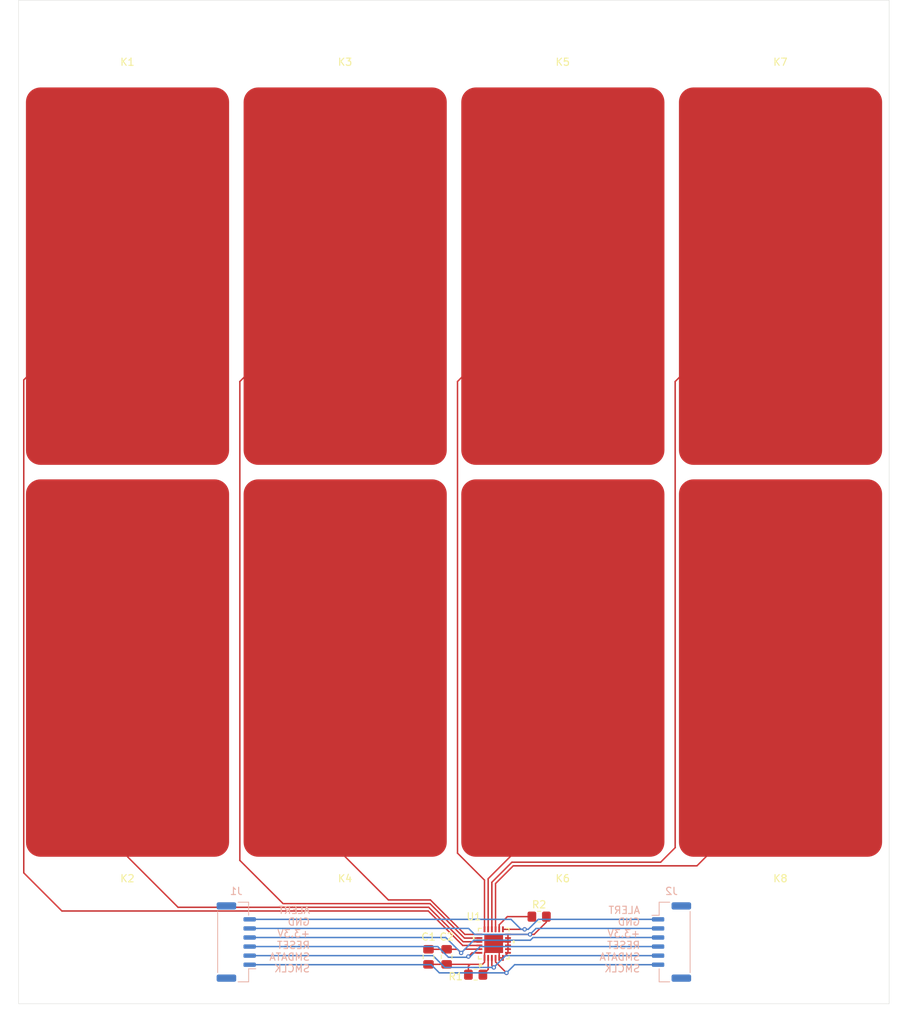
<source format=kicad_pcb>
(kicad_pcb (version 20240108) (generator "pcbnew") (generator_version "8.0")
  (layers (0 "F.Cu" signal) (31 "B.Cu" signal) (34 "B.Paste" user) (35 "F.Paste" user) (36 "B.SilkS" user "B.Silkscreen") (37 "F.SilkS" user "F.Silkscreen") (38 "B.Mask" user) (39 "F.Mask" user) (44 "Edge.Cuts" user))
  (net 0 "")
  (net 1 "+3.3V")
  (net 2 "SMDATA")
  (net 3 "RESET")
  (net 4 "GND")
  (net 5 "ALERT")
  (net 6 "SMCLK")
  (net 7 "Net-(K1-Pin_1)")
  (net 8 "Net-(K2-Pin_1)")
  (net 9 "Net-(K3-Pin_1)")
  (net 10 "Net-(K4-Pin_1)")
  (net 11 "Net-(K5-Pin_1)")
  (net 12 "Net-(K6-Pin_1)")
  (net 13 "Net-(K7-Pin_1)")
  (net 14 "Net-(K8-Pin_1)")
  (net 15 "Net-(U1-WAKE{slash}SPI_MOSI)")
  (net 16 "Net-(U1-ADDR_COMM)")
  (footprint "Resistor_SMD:R_0805_2012Metric_Pad1.20x1.40mm_HandSolder" (layer "F.Cu") (at 121.75 261)
    (property "Reference" "R1" (at -2.75 0.25 0) (layer "F.SilkS"))
    (property "Value" "10k")
    (fp_line (start -0.227064 -0.735) (end 0.227064 -0.735) (stroke (width 0.12)) (layer "F.SilkS"))
    (fp_line (start -0.227064 0.735) (end 0.227064 0.735) (stroke (width 0.12)) (layer "F.SilkS"))
    (pad "1" smd roundrect (at -1 0) (size 1.2 1.4) (layers "F.Cu" "F.Paste" "F.Mask") (roundrect_rratio 0.208333) (net 4 "GND"))
    (pad "2" smd roundrect (at 1 0) (size 1.2 1.4) (layers "F.Cu" "F.Paste" "F.Mask") (roundrect_rratio 0.208333) (net 15 "Net-(U1-WAKE{slash}SPI_MOSI)"))
  )
  (footprint "Resistor_SMD:R_0805_2012Metric_Pad1.20x1.40mm_HandSolder" (layer "F.Cu") (at 130.5 253)
    (property "Reference" "R2" (at 0 -1.65 360) (layer "F.SilkS"))
    (property "Value" "150k")
    (fp_line (start -0.227064 -0.735) (end 0.227064 -0.735) (stroke (width 0.12)) (layer "F.SilkS"))
    (fp_line (start -0.227064 0.735) (end 0.227064 0.735) (stroke (width 0.12)) (layer "F.SilkS"))
    (pad "1" smd roundrect (at -1 0) (size 1.2 1.4) (layers "F.Cu" "F.Paste" "F.Mask") (roundrect_rratio 0.208333) (net 16 "Net-(U1-ADDR_COMM)"))
    (pad "2" smd roundrect (at 1 0) (size 1.2 1.4) (layers "F.Cu" "F.Paste" "F.Mask") (roundrect_rratio 0.208333) (net 4 "GND"))
  )
  (footprint "TouchKey:TouchKey_Standard" (layer "F.Cu") (at 103.76905 218.75)
    (property "Reference" "K4" (at -0.01905 29 0) (layer "F.SilkS"))
    (property "Value" "Conn_01x01")
    (pad "1" smd roundrect (at 0 0) (size 28 52) (layers "F.Cu") (roundrect_rratio 0.07142857143) (net 10 "Net-(K4-Pin_1)"))
  )
  (footprint "CAP1188_1_CP_TR:QFN24_4X4MC_MCH" (layer "F.Cu") (at 124.238 256.7185 90)
    (property "Reference" "U1" (at 3.7185 -2.738 0) (layer "F.SilkS"))
    (property "Value" "CAP1188-1-CP-TR")
    (fp_line (start 2.1082 -2.1082) (end 1.72974 -2.1082) (stroke (width 0.1524)) (layer "F.SilkS"))
    (fp_line (start -1.72974 -2.1082) (end -2.1082 -2.1082) (stroke (width 0.1524)) (layer "F.SilkS"))
    (fp_line (start -2.1082 -2.1082) (end -2.1082 -1.72974) (stroke (width 0.1524)) (layer "F.SilkS"))
    (fp_line (start 2.1082 -1.72974) (end 2.1082 -2.1082) (stroke (width 0.1524)) (layer "F.SilkS"))
    (fp_line (start -2.1082 1.72974) (end -2.1082 2.1082) (stroke (width 0.1524)) (layer "F.SilkS"))
    (fp_line (start 2.1082 2.1082) (end 2.1082 1.72974) (stroke (width 0.1524)) (layer "F.SilkS"))
    (fp_line (start 1.72974 2.1082) (end 2.1082 2.1082) (stroke (width 0.1524)) (layer "F.SilkS"))
    (fp_line (start -2.1082 2.1082) (end -1.72974 2.1082) (stroke (width 0.1524)) (layer "F.SilkS"))
    (fp_poly (pts (xy 0.5715 -2.6289) (xy 0.5715 -2.8829) (xy 0.9525 -2.8829) (xy 0.9525 -2.6289)) (fill solid) (layer "F.SilkS"))
    (fp_poly (pts (xy 0.0635 2.6289) (xy 0.0635 2.8829) (xy 0.4445 2.8829) (xy 0.4445 2.6289)) (fill solid) (layer "F.SilkS"))
    (fp_text user "*" (at -3.0099 -1.524 90) (layer "F.SilkS"))
    (fp_text user "*" (at -3.0099 -1.524 90) (layer "F.SilkS"))
    (pad "1" smd rect (at -1.9685 -1.27 180) (size 0.254 0.8128) (layers "F.Cu" "F.Paste" "F.Mask") (net 4 "GND"))
    (pad "2" smd rect (at -1.9685 -0.762 180) (size 0.254 0.8128) (layers "F.Cu" "F.Paste" "F.Mask") (net 15 "Net-(U1-WAKE{slash}SPI_MOSI)"))
    (pad "3" smd rect (at -1.9685 -0.254 180) (size 0.254 0.8128) (layers "F.Cu" "F.Paste" "F.Mask") (net 2 "SMDATA"))
    (pad "4" smd rect (at -1.9685 0.254 180) (size 0.254 0.8128) (layers "F.Cu" "F.Paste" "F.Mask") (net 6 "SMCLK"))
    (pad "5" smd rect (at -1.9685 0.762 180) (size 0.254 0.8128) (layers "F.Cu" "F.Paste" "F.Mask") (net 4 "GND"))
    (pad "6" smd rect (at -1.9685 1.27 180) (size 0.254 0.8128) (layers "F.Cu" "F.Paste" "F.Mask") (net 4 "GND"))
    (pad "7" smd rect (at -1.27 1.9685 90) (size 0.254 0.8128) (layers "F.Cu" "F.Paste" "F.Mask") (net 4 "GND"))
    (pad "8" smd rect (at -0.762 1.9685 90) (size 0.254 0.8128) (layers "F.Cu" "F.Paste" "F.Mask") (net 4 "GND"))
    (pad "9" smd rect (at -0.254 1.9685 90) (size 0.254 0.8128) (layers "F.Cu" "F.Paste" "F.Mask") (net 4 "GND"))
    (pad "10" smd rect (at 0.254 1.9685 90) (size 0.254 0.8128) (layers "F.Cu" "F.Paste" "F.Mask") (net 4 "GND"))
    (pad "11" smd rect (at 0.762 1.9685 90) (size 0.254 0.8128) (layers "F.Cu" "F.Paste" "F.Mask") (net 4 "GND"))
    (pad "12" smd rect (at 1.27 1.9685 90) (size 0.254 0.8128) (layers "F.Cu" "F.Paste" "F.Mask") (net 4 "GND"))
    (pad "13" smd rect (at 1.9685 1.27 180) (size 0.254 0.8128) (layers "F.Cu" "F.Paste" "F.Mask") (net 5 "ALERT"))
    (pad "14" smd rect (at 1.9685 0.762 180) (size 0.254 0.8128) (layers "F.Cu" "F.Paste" "F.Mask") (net 16 "Net-(U1-ADDR_COMM)"))
    (pad "15" smd rect (at 1.9685 0.254 180) (size 0.254 0.8128) (layers "F.Cu" "F.Paste" "F.Mask") (net 14 "Net-(K8-Pin_1)"))
    (pad "16" smd rect (at 1.9685 -0.254 180) (size 0.254 0.8128) (layers "F.Cu" "F.Paste" "F.Mask") (net 13 "Net-(K7-Pin_1)"))
    (pad "17" smd rect (at 1.9685 -0.762 180) (size 0.254 0.8128) (layers "F.Cu" "F.Paste" "F.Mask") (net 12 "Net-(K6-Pin_1)"))
    (pad "18" smd rect (at 1.9685 -1.27 180) (size 0.254 0.8128) (layers "F.Cu" "F.Paste" "F.Mask") (net 11 "Net-(K5-Pin_1)"))
    (pad "19" smd rect (at 1.27 -1.9685 90) (size 0.254 0.8128) (layers "F.Cu" "F.Paste" "F.Mask") (net 10 "Net-(K4-Pin_1)"))
    (pad "20" smd rect (at 0.762 -1.9685 90) (size 0.254 0.8128) (layers "F.Cu" "F.Paste" "F.Mask") (net 9 "Net-(K3-Pin_1)"))
    (pad "21" smd rect (at 0.254 -1.9685 90) (size 0.254 0.8128) (layers "F.Cu" "F.Paste" "F.Mask") (net 8 "Net-(K2-Pin_1)"))
    (pad "22" smd rect (at -0.254 -1.9685 90) (size 0.254 0.8128) (layers "F.Cu" "F.Paste" "F.Mask") (net 7 "Net-(K1-Pin_1)"))
    (pad "23" smd rect (at -0.762 -1.9685 90) (size 0.254 0.8128) (layers "F.Cu" "F.Paste" "F.Mask") (net 1 "+3.3V"))
    (pad "24" smd rect (at -1.27 -1.9685 90) (size 0.254 0.8128) (layers "F.Cu" "F.Paste" "F.Mask") (net 3 "RESET"))
    (pad "25" smd rect (at 0 0 90) (size 2.5908 2.5908) (layers "F.Cu" "F.Paste" "F.Mask") (net 4 "GND"))
  )
  (footprint "TouchKey:TouchKey_Standard" (layer "F.Cu") (at 103.76905 164.75 180)
    (property "Reference" "K3" (at 0.01905 29.5 0) (layer "F.SilkS"))
    (property "Value" "Conn_01x01")
    (pad "1" smd roundrect (at 0 0 180) (size 28 52) (layers "F.Cu") (roundrect_rratio 0.07142857143) (net 9 "Net-(K3-Pin_1)"))
  )
  (footprint "MountingHole:MountingHole_3.2mm_M3" (layer "F.Cu") (at 173.75 131.75)
    (property "Reference" "H2" (hide yes))
    (property "Value" "MountingHole")
    (pad "" np_thru_hole circle (at 0 0) (size 3.2 3.2) (drill 3.2) (layers "*.Cu" "*.Mask"))
  )
  (footprint "TouchKey:TouchKey_Standard" (layer "F.Cu") (at 163.76905 218.75)
    (property "Reference" "K8" (at -0.01905 29 0) (layer "F.SilkS"))
    (property "Value" "Conn_01x01")
    (pad "1" smd roundrect (at 0 0) (size 28 52) (layers "F.Cu") (roundrect_rratio 0.07142857143) (net 14 "Net-(K8-Pin_1)"))
  )
  (footprint "TouchKey:TouchKey_Standard" (layer "F.Cu") (at 73.76905 164.75 180)
    (property "Reference" "K1" (at 0.01905 29.5 0) (layer "F.SilkS"))
    (property "Value" "Conn_01x01")
    (pad "1" smd roundrect (at 0 0 180) (size 28 52) (layers "F.Cu") (roundrect_rratio 0.07142857143) (net 7 "Net-(K1-Pin_1)"))
  )
  (footprint "Capacitor_SMD:C_0805_2012Metric_Pad1.18x1.45mm_HandSolder" (layer "F.Cu") (at 117.75 258.5375 -90)
    (property "Reference" "C2" (at -2.75 0 0) (layer "F.SilkS"))
    (property "Value" "10uF")
    (fp_line (start -0.261252 0.735) (end 0.261252 0.735) (stroke (width 0.12)) (layer "F.SilkS"))
    (fp_line (start -0.261252 -0.735) (end 0.261252 -0.735) (stroke (width 0.12)) (layer "F.SilkS"))
    (pad "1" smd roundrect (at -1.0375 0 270) (size 1.175 1.45) (layers "F.Cu" "F.Paste" "F.Mask") (roundrect_rratio 0.212766) (net 1 "+3.3V"))
    (pad "2" smd roundrect (at 1.0375 0 270) (size 1.175 1.45) (layers "F.Cu" "F.Paste" "F.Mask") (roundrect_rratio 0.212766) (net 4 "GND"))
  )
  (footprint "TouchKey:TouchKey_Standard" (layer "F.Cu") (at 133.76905 218.75)
    (property "Reference" "K6" (at -0.01905 29 0) (layer "F.SilkS"))
    (property "Value" "Conn_01x01")
    (pad "1" smd roundrect (at 0 0) (size 28 52) (layers "F.Cu") (roundrect_rratio 0.07142857143) (net 12 "Net-(K6-Pin_1)"))
  )
  (footprint "Capacitor_SMD:C_0805_2012Metric_Pad1.18x1.45mm_HandSolder" (layer "F.Cu") (at 115.25 258.5375 -90)
    (property "Reference" "C1" (at -2.75 0 0) (layer "F.SilkS"))
    (property "Value" "0.1uF")
    (fp_line (start -0.261252 0.735) (end 0.261252 0.735) (stroke (width 0.12)) (layer "F.SilkS"))
    (fp_line (start -0.261252 -0.735) (end 0.261252 -0.735) (stroke (width 0.12)) (layer "F.SilkS"))
    (pad "1" smd roundrect (at -1.0375 0 270) (size 1.175 1.45) (layers "F.Cu" "F.Paste" "F.Mask") (roundrect_rratio 0.212766) (net 1 "+3.3V"))
    (pad "2" smd roundrect (at 1.0375 0 270) (size 1.175 1.45) (layers "F.Cu" "F.Paste" "F.Mask") (roundrect_rratio 0.212766) (net 4 "GND"))
  )
  (footprint "MountingHole:MountingHole_3.2mm_M3" (layer "F.Cu") (at 63.75 260)
    (property "Reference" "H3" (hide yes))
    (property "Value" "MountingHole")
    (pad "" np_thru_hole circle (at 0 0) (size 3.2 3.2) (drill 3.2) (layers "*.Cu" "*.Mask"))
  )
  (footprint "MountingHole:MountingHole_3.2mm_M3" (layer "F.Cu") (at 63.75 131.75)
    (property "Reference" "H1" (hide yes))
    (property "Value" "MountingHole")
    (pad "" np_thru_hole circle (at 0 0) (size 3.2 3.2) (drill 3.2) (layers "*.Cu" "*.Mask"))
  )
  (footprint "TouchKey:TouchKey_Standard" (layer "F.Cu") (at 73.76905 218.75)
    (property "Reference" "K2" (at -0.01905 29 0) (layer "F.SilkS"))
    (property "Value" "Conn_01x01")
    (pad "1" smd roundrect (at 0 0) (size 28 52) (layers "F.Cu") (roundrect_rratio 0.07142857143) (net 8 "Net-(K2-Pin_1)"))
  )
  (footprint "MountingHole:MountingHole_3.2mm_M3" (layer "F.Cu") (at 173.75 260)
    (property "Reference" "H4" (hide yes))
    (property "Value" "MountingHole")
    (pad "" np_thru_hole circle (at 0 0) (size 3.2 3.2) (drill 3.2) (layers "*.Cu" "*.Mask"))
  )
  (footprint "TouchKey:TouchKey_Standard" (layer "F.Cu") (at 163.76905 164.75 180)
    (property "Reference" "K7" (at 0.01905 29.5 0) (layer "F.SilkS"))
    (property "Value" "Conn_01x01")
    (pad "1" smd roundrect (at 0 0 180) (size 28 52) (layers "F.Cu") (roundrect_rratio 0.07142857143) (net 13 "Net-(K7-Pin_1)"))
  )
  (footprint "TouchKey:TouchKey_Standard" (layer "F.Cu") (at 133.76905 164.75 180)
    (property "Reference" "K5" (at 0.01905 29.5 0) (layer "F.SilkS"))
    (property "Value" "Conn_01x01")
    (pad "1" smd roundrect (at 0 0 180) (size 28 52) (layers "F.Cu") (roundrect_rratio 0.07142857143) (net 11 "Net-(K5-Pin_1)"))
  )
  (footprint "Connector_JST:JST_GH_SM06B-GHS-TB_1x06-1MP_P1.25mm_Horizontal" (layer "B.Cu") (at 88.75 256.5 90)
    (property "Reference" "J1" (at 7 0 0) (layer "B.SilkS") (effects (justify mirror)))
    (property "Value" "Conn_01x06_Socket")
    (fp_line (start 4.215 -2.56) (end -4.215 -2.56) (stroke (width 0.12)) (layer "B.SilkS"))
    (fp_line (start 5.485 1.71) (end 5.485 0.26) (stroke (width 0.12)) (layer "B.SilkS"))
    (fp_line (start 3.685 1.71) (end 5.485 1.71) (stroke (width 0.12)) (layer "B.SilkS"))
    (fp_line (start -3.685 1.71) (end -5.485 1.71) (stroke (width 0.12)) (layer "B.SilkS"))
    (fp_line (start -5.485 1.71) (end -5.485 0.26) (stroke (width 0.12)) (layer "B.SilkS"))
    (fp_line (start -3.685 2.7) (end -3.685 1.71) (stroke (width 0.12)) (layer "B.SilkS"))
    (pad "1" smd roundrect (at -3.125 1.85 90) (size 0.6 1.7) (layers "B.Cu" "B.Paste" "B.Mask") (net 6 "SMCLK"))
    (pad "2" smd roundrect (at -1.875 1.85 90) (size 0.6 1.7) (layers "B.Cu" "B.Paste" "B.Mask") (net 2 "SMDATA"))
    (pad "3" smd roundrect (at -0.625 1.85 90) (size 0.6 1.7) (layers "B.Cu" "B.Paste" "B.Mask") (net 3 "RESET"))
    (pad "4" smd roundrect (at 0.625 1.85 90) (size 0.6 1.7) (layers "B.Cu" "B.Paste" "B.Mask") (net 1 "+3.3V"))
    (pad "5" smd roundrect (at 1.875 1.85 90) (size 0.6 1.7) (layers "B.Cu" "B.Paste" "B.Mask") (net 4 "GND"))
    (pad "6" smd roundrect (at 3.125 1.85 90) (size 0.6 1.7) (layers "B.Cu" "B.Paste" "B.Mask") (net 5 "ALERT"))
    (pad "MP" smd roundrect (at -4.975 -1.35 90) (size 1 2.7) (layers "B.Cu" "B.Paste" "B.Mask"))
    (pad "MP" smd roundrect (at 4.975 -1.35 90) (size 1 2.7) (layers "B.Cu" "B.Paste" "B.Mask"))
  )
  (footprint "Connector_JST:JST_GH_SM06B-GHS-TB_1x06-1MP_P1.25mm_Horizontal" (layer "B.Cu") (at 148.75 256.5 -90)
    (property "Reference" "J2" (at -7 0 0) (layer "B.SilkS") (effects (justify mirror)))
    (property "Value" "Conn_01x06_Socket")
    (fp_line (start -3.685 2.7) (end -3.685 1.71) (stroke (width 0.12)) (layer "B.SilkS"))
    (fp_line (start -5.485 1.71) (end -5.485 0.26) (stroke (width 0.12)) (layer "B.SilkS"))
    (fp_line (start -3.685 1.71) (end -5.485 1.71) (stroke (width 0.12)) (layer "B.SilkS"))
    (fp_line (start 3.685 1.71) (end 5.485 1.71) (stroke (width 0.12)) (layer "B.SilkS"))
    (fp_line (start 5.485 1.71) (end 5.485 0.26) (stroke (width 0.12)) (layer "B.SilkS"))
    (fp_line (start 4.215 -2.56) (end -4.215 -2.56) (stroke (width 0.12)) (layer "B.SilkS"))
    (pad "1" smd roundrect (at -3.125 1.85 270) (size 0.6 1.7) (layers "B.Cu" "B.Paste" "B.Mask") (net 5 "ALERT"))
    (pad "2" smd roundrect (at -1.875 1.85 270) (size 0.6 1.7) (layers "B.Cu" "B.Paste" "B.Mask") (net 4 "GND"))
    (pad "3" smd roundrect (at -0.625 1.85 270) (size 0.6 1.7) (layers "B.Cu" "B.Paste" "B.Mask") (net 1 "+3.3V"))
    (pad "4" smd roundrect (at 0.625 1.85 270) (size 0.6 1.7) (layers "B.Cu" "B.Paste" "B.Mask") (net 3 "RESET"))
    (pad "5" smd roundrect (at 1.875 1.85 270) (size 0.6 1.7) (layers "B.Cu" "B.Paste" "B.Mask") (net 2 "SMDATA"))
    (pad "6" smd roundrect (at 3.125 1.85 270) (size 0.6 1.7) (layers "B.Cu" "B.Paste" "B.Mask") (net 6 "SMCLK"))
    (pad "MP" smd roundrect (at -4.975 -1.35 270) (size 1 2.7) (layers "B.Cu" "B.Paste" "B.Mask"))
    (pad "MP" smd roundrect (at 4.975 -1.35 270) (size 1 2.7) (layers "B.Cu" "B.Paste" "B.Mask"))
  )
  (gr_rect (start 58.75 126.75) (end 178.75 265) (stroke (width 0.05)) (fill none) (layer "Edge.Cuts"))
  (gr_text "ALERT\nGND\n+3.3V\nRESET\nSMDATA\nSMCLK" (at 99 260.75 -0) (layer "B.SilkS") (effects (font (size 1 1)) (justify left bottom mirror)))
  (gr_text "ALERT\nGND\n+3.3V\nRESET\nSMDATA\nSMCLK" (at 144.5 260.75 -0) (layer "B.SilkS") (effects (font (size 1 1)) (justify left bottom mirror)))
  (segment (start 115.25 257.5) (end 119.25 257.5) (width 0.2) (layer "F.Cu") (net 1))
  (segment (start 119.75 258) (end 120.2695 257.4805) (width 0.2) (layer "F.Cu") (net 1))
  (segment (start 119.25 257.5) (end 119.75 258) (width 0.2) (layer "F.Cu") (net 1))
  (segment (start 120.2695 257.4805) (end 122.2695 257.4805) (width 0.2) (layer "F.Cu") (net 1))
  (via (at 119.75 258) (size 0.6) (drill 0.3) (layers "F.Cu" "B.Cu") (net 1))
  (segment (start 121.5 256.25) (end 119.75 258) (width 0.2) (layer "B.Cu") (net 1))
  (segment (start 119.75 258) (end 117.625 255.875) (width 0.2) (layer "B.Cu") (net 1))
  (segment (start 129.672029 255.875) (end 129.297029 256.25) (width 0.2) (layer "B.Cu") (net 1))
  (segment (start 146.9 255.875) (end 129.672029 255.875) (width 0.2) (layer "B.Cu") (net 1))
  (segment (start 117.625 255.875) (end 90.6 255.875) (width 0.2) (layer "B.Cu") (net 1))
  (segment (start 129.297029 256.25) (end 121.5 256.25) (width 0.2) (layer "B.Cu") (net 1))
  (segment (start 124.25 260) (end 123.984 259.734) (width 0.2) (layer "F.Cu") (net 2))
  (segment (start 123.984 259.734) (end 123.984 258.687) (width 0.2) (layer "F.Cu") (net 2))
  (via (at 124.25 260) (size 0.6) (drill 0.3) (layers "F.Cu" "B.Cu") (net 2))
  (segment (start 124.25 260) (end 117.5 260) (width 0.2) (layer "B.Cu") (net 2))
  (segment (start 115.875 258.375) (end 90.6 258.375) (width 0.2) (layer "B.Cu") (net 2))
  (segment (start 124.25 260) (end 125.875 258.375) (width 0.2) (layer "B.Cu") (net 2))
  (segment (start 125.875 258.375) (end 146.9 258.375) (width 0.2) (layer "B.Cu") (net 2))
  (segment (start 117.5 260) (end 115.875 258.375) (width 0.2) (layer "B.Cu") (net 2))
  (segment (start 122.2695 257.9885) (end 121.2615 257.9885) (width 0.2) (layer "F.Cu") (net 3))
  (segment (start 121.2615 257.9885) (end 120.75 258.5) (width 0.2) (layer "F.Cu") (net 3))
  (via (at 120.75 258.5) (size 0.6) (drill 0.3) (layers "F.Cu" "B.Cu") (net 3))
  (segment (start 121 258.5) (end 122.375 257.125) (width 0.2) (layer "B.Cu") (net 3))
  (segment (start 120.75 258.5) (end 121 258.5) (width 0.2) (layer "B.Cu") (net 3))
  (segment (start 120.65 258.6) (end 118 258.6) (width 0.2) (layer "B.Cu") (net 3))
  (segment (start 116.525 257.125) (end 90.6 257.125) (width 0.2) (layer "B.Cu") (net 3))
  (segment (start 118 258.6) (end 116.525 257.125) (width 0.2) (layer "B.Cu") (net 3))
  (segment (start 120.75 258.5) (end 120.65 258.6) (width 0.2) (layer "B.Cu") (net 3))
  (segment (start 122.375 257.125) (end 146.9 257.125) (width 0.2) (layer "B.Cu") (net 3))
  (segment (start 131.5 253.75) (end 131.5 253) (width 0.2) (layer "F.Cu") (net 4))
  (segment (start 122.675 259.575) (end 122.968 259.282) (width 0.2) (layer "F.Cu") (net 4))
  (segment (start 122.9759 258.6791) (end 122.9759 257.9806) (width 0.2) (layer "F.Cu") (net 4))
  (segment (start 129.3015 255.4485) (end 129.25 255.4485) (width 0.2) (layer "F.Cu") (net 4))
  (segment (start 115.25 259.575) (end 117.75 259.575) (width 0.2) (layer "F.Cu") (net 4))
  (segment (start 122.9759 257.9806) (end 124.238 256.7185) (width 0.2) (layer "F.Cu") (net 4))
  (segment (start 124.492 256.4645) (end 124.238 256.7185) (width 0.2) (layer "F.Cu") (net 4))
  (segment (start 125 258.687) (end 125 257.4805) (width 0.2) (layer "F.Cu") (net 4))
  (segment (start 125.508 258.687) (end 126.2065 257.9885) (width 0.2) (layer "F.Cu") (net 4))
  (segment (start 120.75 259.825) (end 121 259.575) (width 0.2) (layer "F.Cu") (net 4))
  (segment (start 129.25 255.4485) (end 129.8015 255.4485) (width 0.2) (layer "F.Cu") (net 4))
  (segment (start 117.75 259.575) (end 122.675 259.575) (width 0.2) (layer "F.Cu") (net 4))
  (segment (start 120.75 261) (end 120.75 259.825) (width 0.2) (layer "F.Cu") (net 4))
  (segment (start 129.25 255.4485) (end 126.2065 255.4485) (width 0.2) (layer "F.Cu") (net 4))
  (segment (start 125 257.4805) (end 124.238 256.7185) (width 0.2) (layer "F.Cu") (net 4))
  (segment (start 126.2065 256.4645) (end 124.492 256.4645) (width 0.2) (layer "F.Cu") (net 4))
  (segment (start 122.968 258.687) (end 122.9759 258.6791) (width 0.2) (layer "F.Cu") (net 4))
  (segment (start 129.8015 255.4485) (end 131.5 253.75) (width 0.2) (layer "F.Cu") (net 4))
  (segment (start 126.2065 257.9885) (end 126.2065 255.4485) (width 0.2) (layer "F.Cu") (net 4))
  (segment (start 122.968 259.282) (end 122.968 258.687) (width 0.2) (layer "F.Cu") (net 4))
  (segment (start 125 258.687) (end 125.508 258.687) (width 0.2) (layer "F.Cu") (net 4))
  (via (at 129.25 255.4485) (size 0.6) (drill 0.3) (layers "F.Cu" "B.Cu") (net 4))
  (segment (start 129.25 255.4485) (end 130.0735 254.625) (width 0.2) (layer "B.Cu") (net 4))
  (segment (start 121.599971 255.4485) (end 120.776471 254.625) (width 0.2) (layer "B.Cu") (net 4))
  (segment (start 120.776471 254.625) (end 90.6 254.625) (width 0.2) (layer "B.Cu") (net 4))
  (segment (start 129.25 255.4485) (end 121.599971 255.4485) (width 0.2) (layer "B.Cu") (net 4))
  (segment (start 130.0735 254.625) (end 146.9 254.625) (width 0.2) (layer "B.Cu") (net 4))
  (segment (start 125.508 254.75) (end 128.5 254.75) (width 0.2) (layer "F.Cu") (net 5))
  (via (at 128.5 254.75) (size 0.6) (drill 0.3) (layers "F.Cu" "B.Cu") (net 5))
  (segment (start 129 254.75) (end 130.375 253.375) (width 0.2) (layer "B.Cu") (net 5))
  (segment (start 126.625 253.375) (end 128 254.75) (width 0.2) (layer "B.Cu") (net 5))
  (segment (start 128 254.75) (end 128.5 254.75) (width 0.2) (layer "B.Cu") (net 5))
  (segment (start 128.5 254.75) (end 129 254.75) (width 0.2) (layer "B.Cu") (net 5))
  (segment (start 130.375 253.375) (end 146.9 253.375) (width 0.2) (layer "B.Cu") (net 5))
  (segment (start 90.6 253.375) (end 126.625 253.375) (width 0.2) (layer "B.Cu") (net 5))
  (segment (start 124.492 259.242) (end 126 260.75) (width 0.2) (layer "F.Cu") (net 6))
  (segment (start 124.492 258.687) (end 124.492 259.242) (width 0.2) (layer "F.Cu") (net 6))
  (via (at 126 260.75) (size 0.6) (drill 0.3) (layers "F.Cu" "B.Cu") (net 6))
  (segment (start 126 260.75) (end 127.125 259.625) (width 0.2) (layer "B.Cu") (net 6))
  (segment (start 116.75 260.75) (end 115.625 259.625) (width 0.2) (layer "B.Cu") (net 6))
  (segment (start 126 260.75) (end 116.75 260.75) (width 0.2) (layer "B.Cu") (net 6))
  (segment (start 115.625 259.625) (end 90.6 259.625) (width 0.2) (layer "B.Cu") (net 6))
  (segment (start 127.125 259.625) (end 146.9 259.625) (width 0.2) (layer "B.Cu") (net 6))
  (segment (start 73.76905 164.75) (end 59.46905 179.05) (width 0.2) (layer "F.Cu") (net 7))
  (segment (start 59.46905 179.05) (end 59.46905 246.96905) (width 0.2) (layer "F.Cu") (net 7))
  (segment (start 64.7225 252.2225) (end 115.2225 252.2225) (width 0.2) (layer "F.Cu") (net 7))
  (segment (start 115.2225 252.2225) (end 119.9725 256.9725) (width 0.2) (layer "F.Cu") (net 7))
  (segment (start 119.9725 256.9725) (end 122.2695 256.9725) (width 0.2) (layer "F.Cu") (net 7))
  (segment (start 59.46905 246.96905) (end 64.7225 252.2225) (width 0.2) (layer "F.Cu") (net 7))
  (segment (start 73.76905 206.73095) (end 73.76905 218.75) (width 0.2) (layer "F.Cu") (net 8))
  (segment (start 73.76905 218.75) (end 73.76905 244.75) (width 0.2) (layer "F.Cu") (net 8))
  (segment (start 120.030186 256.4645) (end 122.2695 256.4645) (width 0.2) (layer "F.Cu") (net 8))
  (segment (start 73.76905 244.75) (end 80.73355 251.7145) (width 0.2) (layer "F.Cu") (net 8))
  (segment (start 80.73355 251.7145) (end 115.280186 251.7145) (width 0.2) (layer "F.Cu") (net 8))
  (segment (start 115.280186 251.7145) (end 120.030186 256.4645) (width 0.2) (layer "F.Cu") (net 8))
  (segment (start 89.25 179.26905) (end 89.25 245.25) (width 0.2) (layer "F.Cu") (net 9))
  (segment (start 95.2065 251.2065) (end 115.4565 251.2065) (width 0.2) (layer "F.Cu") (net 9))
  (segment (start 89.25 245.25) (end 95.2065 251.2065) (width 0.2) (layer "F.Cu") (net 9))
  (segment (start 103.76905 164.75) (end 89.25 179.26905) (width 0.2) (layer "F.Cu") (net 9))
  (segment (start 120.2065 255.9565) (end 122.2695 255.9565) (width 0.2) (layer "F.Cu") (net 9))
  (segment (start 115.4565 251.2065) (end 120.2065 255.9565) (width 0.2) (layer "F.Cu") (net 9))
  (segment (start 109.71755 250.6985) (end 115.514186 250.6985) (width 0.2) (layer "F.Cu") (net 10))
  (segment (start 103.76905 206.76905) (end 103.76905 218.75) (width 0.2) (layer "F.Cu") (net 10))
  (segment (start 103.76905 244.75) (end 109.71755 250.6985) (width 0.2) (layer "F.Cu") (net 10))
  (segment (start 103.76905 218.75) (end 103.76905 244.75) (width 0.2) (layer "F.Cu") (net 10))
  (segment (start 120.264186 255.4485) (end 122.2695 255.4485) (width 0.2) (layer "F.Cu") (net 10))
  (segment (start 115.514186 250.6985) (end 120.264186 255.4485) (width 0.2) (layer "F.Cu") (net 10))
  (segment (start 133.76905 164.75) (end 119.25 179.26905) (width 0.2) (layer "F.Cu") (net 11))
  (segment (start 119.25 179.26905) (end 119.25 244.25) (width 0.2) (layer "F.Cu") (net 11))
  (segment (start 122.968 247.968) (end 122.968 254.75) (width 0.2) (layer "F.Cu") (net 11))
  (segment (start 119.25 244.25) (end 122.968 247.968) (width 0.2) (layer "F.Cu") (net 11))
  (segment (start 133.76905 237.48095) (end 123.476 247.774) (width 0.2) (layer "F.Cu") (net 12))
  (segment (start 123.476 247.774) (end 123.476 254.75) (width 0.2) (layer "F.Cu") (net 12))
  (segment (start 133.76905 218.75) (end 133.76905 237.48095) (width 0.2) (layer "F.Cu") (net 12))
  (segment (start 123.984 248.266) (end 123.984 254.75) (width 0.2) (layer "F.Cu") (net 13))
  (segment (start 149.25 243.5) (end 147.25 245.5) (width 0.2) (layer "F.Cu") (net 13))
  (segment (start 126.75 245.5) (end 123.984 248.266) (width 0.2) (layer "F.Cu") (net 13))
  (segment (start 149.25 179.26905) (end 149.25 243.5) (width 0.2) (layer "F.Cu") (net 13))
  (segment (start 163.76905 164.75) (end 149.25 179.26905) (width 0.2) (layer "F.Cu") (net 13))
  (segment (start 147.25 245.5) (end 126.75 245.5) (width 0.2) (layer "F.Cu") (net 13))
  (segment (start 163.76905 234.48095) (end 152.25 246) (width 0.2) (layer "F.Cu") (net 14))
  (segment (start 152.25 246) (end 126.9333 246) (width 0.2) (layer "F.Cu") (net 14))
  (segment (start 126.9333 246) (end 124.492 248.4413) (width 0.2) (layer "F.Cu") (net 14))
  (segment (start 163.76905 218.75) (end 163.76905 234.48095) (width 0.2) (layer "F.Cu") (net 14))
  (segment (start 124.492 248.4413) (end 124.492 254.75) (width 0.2) (layer "F.Cu") (net 14))
  (segment (start 123.476 260.274) (end 122.75 261) (width 0.2) (layer "F.Cu") (net 15))
  (segment (start 123.476 258.687) (end 123.476 260.274) (width 0.2) (layer "F.Cu") (net 15))
  (segment (start 125 254.75) (end 125 254.1246) (width 0.2) (layer "F.Cu") (net 16))
  (segment (start 125 254.1246) (end 126.1246 253) (width 0.2) (layer "F.Cu") (net 16))
  (segment (start 126.1246 253) (end 129.5 253) (width 0.2) (layer "F.Cu") (net 16))
)
</source>
